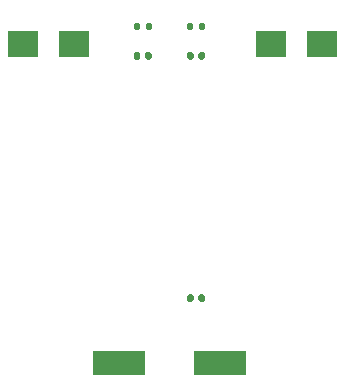
<source format=gbr>
%TF.GenerationSoftware,KiCad,Pcbnew,(5.1.12)-1*%
%TF.CreationDate,2024-08-07T21:15:05+08:00*%
%TF.ProjectId,BKL2xP,424b4c32-7850-42e6-9b69-6361645f7063,1.0*%
%TF.SameCoordinates,Original*%
%TF.FileFunction,Paste,Bot*%
%TF.FilePolarity,Positive*%
%FSLAX46Y46*%
G04 Gerber Fmt 4.6, Leading zero omitted, Abs format (unit mm)*
G04 Created by KiCad (PCBNEW (5.1.12)-1) date 2024-08-07 21:15:05*
%MOMM*%
%LPD*%
G01*
G04 APERTURE LIST*
%ADD10R,2.500000X2.300000*%
%ADD11R,4.500000X2.000000*%
G04 APERTURE END LIST*
%TO.C,C8*%
G36*
G01*
X147680000Y-84670000D02*
X147680000Y-84330000D01*
G75*
G02*
X147820000Y-84190000I140000J0D01*
G01*
X148100000Y-84190000D01*
G75*
G02*
X148240000Y-84330000I0J-140000D01*
G01*
X148240000Y-84670000D01*
G75*
G02*
X148100000Y-84810000I-140000J0D01*
G01*
X147820000Y-84810000D01*
G75*
G02*
X147680000Y-84670000I0J140000D01*
G01*
G37*
G36*
G01*
X146720000Y-84670000D02*
X146720000Y-84330000D01*
G75*
G02*
X146860000Y-84190000I140000J0D01*
G01*
X147140000Y-84190000D01*
G75*
G02*
X147280000Y-84330000I0J-140000D01*
G01*
X147280000Y-84670000D01*
G75*
G02*
X147140000Y-84810000I-140000J0D01*
G01*
X146860000Y-84810000D01*
G75*
G02*
X146720000Y-84670000I0J140000D01*
G01*
G37*
%TD*%
%TO.C,C7*%
G36*
G01*
X152200000Y-84670000D02*
X152200000Y-84330000D01*
G75*
G02*
X152340000Y-84190000I140000J0D01*
G01*
X152620000Y-84190000D01*
G75*
G02*
X152760000Y-84330000I0J-140000D01*
G01*
X152760000Y-84670000D01*
G75*
G02*
X152620000Y-84810000I-140000J0D01*
G01*
X152340000Y-84810000D01*
G75*
G02*
X152200000Y-84670000I0J140000D01*
G01*
G37*
G36*
G01*
X151240000Y-84670000D02*
X151240000Y-84330000D01*
G75*
G02*
X151380000Y-84190000I140000J0D01*
G01*
X151660000Y-84190000D01*
G75*
G02*
X151800000Y-84330000I0J-140000D01*
G01*
X151800000Y-84670000D01*
G75*
G02*
X151660000Y-84810000I-140000J0D01*
G01*
X151380000Y-84810000D01*
G75*
G02*
X151240000Y-84670000I0J140000D01*
G01*
G37*
%TD*%
%TO.C,C3*%
G36*
G01*
X151800000Y-104830000D02*
X151800000Y-105170000D01*
G75*
G02*
X151660000Y-105310000I-140000J0D01*
G01*
X151380000Y-105310000D01*
G75*
G02*
X151240000Y-105170000I0J140000D01*
G01*
X151240000Y-104830000D01*
G75*
G02*
X151380000Y-104690000I140000J0D01*
G01*
X151660000Y-104690000D01*
G75*
G02*
X151800000Y-104830000I0J-140000D01*
G01*
G37*
G36*
G01*
X152760000Y-104830000D02*
X152760000Y-105170000D01*
G75*
G02*
X152620000Y-105310000I-140000J0D01*
G01*
X152340000Y-105310000D01*
G75*
G02*
X152200000Y-105170000I0J140000D01*
G01*
X152200000Y-104830000D01*
G75*
G02*
X152340000Y-104690000I140000J0D01*
G01*
X152620000Y-104690000D01*
G75*
G02*
X152760000Y-104830000I0J-140000D01*
G01*
G37*
%TD*%
D10*
%TO.C,D1*%
X137350000Y-83500000D03*
X141650000Y-83500000D03*
%TD*%
%TO.C,D2*%
X162650000Y-83500000D03*
X158350000Y-83500000D03*
%TD*%
%TO.C,R1*%
G36*
G01*
X152780000Y-81815000D02*
X152780000Y-82185000D01*
G75*
G02*
X152645000Y-82320000I-135000J0D01*
G01*
X152375000Y-82320000D01*
G75*
G02*
X152240000Y-82185000I0J135000D01*
G01*
X152240000Y-81815000D01*
G75*
G02*
X152375000Y-81680000I135000J0D01*
G01*
X152645000Y-81680000D01*
G75*
G02*
X152780000Y-81815000I0J-135000D01*
G01*
G37*
G36*
G01*
X151760000Y-81815000D02*
X151760000Y-82185000D01*
G75*
G02*
X151625000Y-82320000I-135000J0D01*
G01*
X151355000Y-82320000D01*
G75*
G02*
X151220000Y-82185000I0J135000D01*
G01*
X151220000Y-81815000D01*
G75*
G02*
X151355000Y-81680000I135000J0D01*
G01*
X151625000Y-81680000D01*
G75*
G02*
X151760000Y-81815000I0J-135000D01*
G01*
G37*
%TD*%
%TO.C,R2*%
G36*
G01*
X147270000Y-81815000D02*
X147270000Y-82185000D01*
G75*
G02*
X147135000Y-82320000I-135000J0D01*
G01*
X146865000Y-82320000D01*
G75*
G02*
X146730000Y-82185000I0J135000D01*
G01*
X146730000Y-81815000D01*
G75*
G02*
X146865000Y-81680000I135000J0D01*
G01*
X147135000Y-81680000D01*
G75*
G02*
X147270000Y-81815000I0J-135000D01*
G01*
G37*
G36*
G01*
X148290000Y-81815000D02*
X148290000Y-82185000D01*
G75*
G02*
X148155000Y-82320000I-135000J0D01*
G01*
X147885000Y-82320000D01*
G75*
G02*
X147750000Y-82185000I0J135000D01*
G01*
X147750000Y-81815000D01*
G75*
G02*
X147885000Y-81680000I135000J0D01*
G01*
X148155000Y-81680000D01*
G75*
G02*
X148290000Y-81815000I0J-135000D01*
G01*
G37*
%TD*%
D11*
%TO.C,Y1*%
X145500000Y-110500000D03*
X154000000Y-110500000D03*
%TD*%
M02*

</source>
